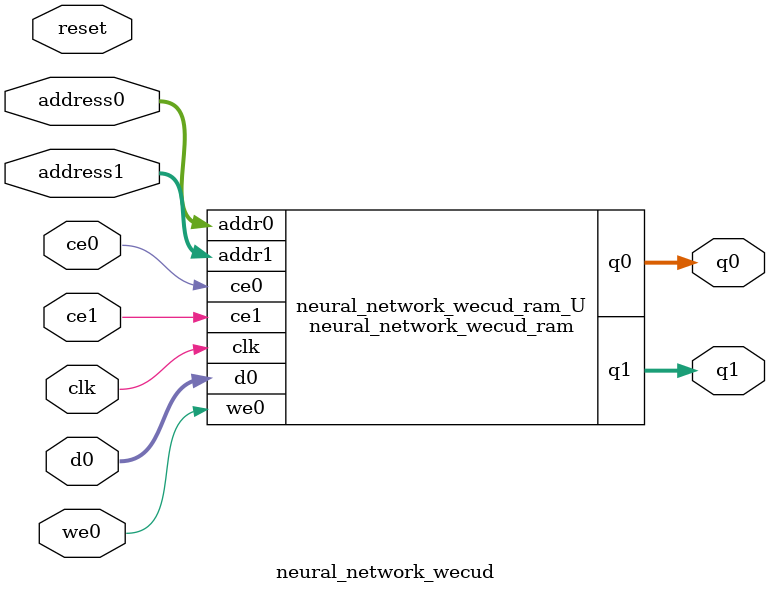
<source format=v>

`timescale 1 ns / 1 ps
module neural_network_wecud_ram (addr0, ce0, d0, we0, q0, addr1, ce1, q1,  clk);

parameter DWIDTH = 8;
parameter AWIDTH = 4;
parameter MEM_SIZE = 10;

input[AWIDTH-1:0] addr0;
input ce0;
input[DWIDTH-1:0] d0;
input we0;
output reg[DWIDTH-1:0] q0;
input[AWIDTH-1:0] addr1;
input ce1;
output reg[DWIDTH-1:0] q1;
input clk;

(* ram_style = "distributed" *)reg [DWIDTH-1:0] ram[0:MEM_SIZE-1];




always @(posedge clk)  
begin 
    if (ce0) 
    begin
        if (we0) 
        begin 
            ram[addr0] <= d0; 
            q0 <= d0;
        end 
        else 
            q0 <= ram[addr0];
    end
end


always @(posedge clk)  
begin 
    if (ce1) 
    begin
            q1 <= ram[addr1];
    end
end


endmodule


`timescale 1 ns / 1 ps
module neural_network_wecud(
    reset,
    clk,
    address0,
    ce0,
    we0,
    d0,
    q0,
    address1,
    ce1,
    q1);

parameter DataWidth = 32'd8;
parameter AddressRange = 32'd10;
parameter AddressWidth = 32'd4;
input reset;
input clk;
input[AddressWidth - 1:0] address0;
input ce0;
input we0;
input[DataWidth - 1:0] d0;
output[DataWidth - 1:0] q0;
input[AddressWidth - 1:0] address1;
input ce1;
output[DataWidth - 1:0] q1;



neural_network_wecud_ram neural_network_wecud_ram_U(
    .clk( clk ),
    .addr0( address0 ),
    .ce0( ce0 ),
    .d0( d0 ),
    .we0( we0 ),
    .q0( q0 ),
    .addr1( address1 ),
    .ce1( ce1 ),
    .q1( q1 ));

endmodule


</source>
